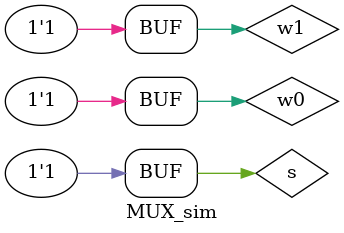
<source format=v>
`timescale 1ns / 1ps


module MUX_sim;

reg w0;
reg w1; 
reg s;
wire f;

MUX2_1 uut(w0, w1, s, f);

initial begin  //don't forget this in a sim

    w0 = 0; w1 = 0; s = 0;
    #1 w0 = 0; w1 = 0; s = 1;
    #1 w0 = 0; w1 = 1; s = 0;
    #1 w0 = 0; w1 = 1; s = 1;
    #1 w0 = 1; w1 = 0; s = 0;
    #1 w0 = 1; w1 = 0; s = 1;
    #1 w0 = 1; w1 = 1; s = 0;
    #1 w0 = 1; w1 = 1; s = 1;

end     //don't forget this in a sim

endmodule

</source>
